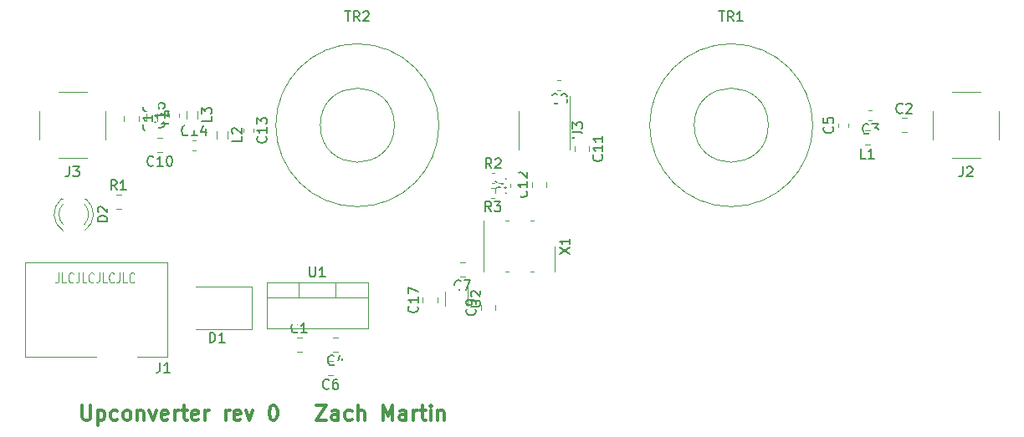
<source format=gto>
G04 #@! TF.GenerationSoftware,KiCad,Pcbnew,5.1.6-c6e7f7d~87~ubuntu19.10.1*
G04 #@! TF.CreationDate,2021-08-02T21:19:55-04:00*
G04 #@! TF.ProjectId,upconverter,7570636f-6e76-4657-9274-65722e6b6963,rev?*
G04 #@! TF.SameCoordinates,Original*
G04 #@! TF.FileFunction,Legend,Top*
G04 #@! TF.FilePolarity,Positive*
%FSLAX46Y46*%
G04 Gerber Fmt 4.6, Leading zero omitted, Abs format (unit mm)*
G04 Created by KiCad (PCBNEW 5.1.6-c6e7f7d~87~ubuntu19.10.1) date 2021-08-02 21:19:55*
%MOMM*%
%LPD*%
G01*
G04 APERTURE LIST*
%ADD10C,0.300000*%
%ADD11C,0.050000*%
%ADD12C,0.120000*%
%ADD13C,0.150000*%
%ADD14C,3.300000*%
%ADD15C,2.050000*%
%ADD16C,2.350000*%
%ADD17C,2.150000*%
%ADD18R,2.600000X2.400000*%
%ADD19R,1.900000X1.900000*%
%ADD20C,1.900000*%
%ADD21O,2.100000X4.600000*%
%ADD22O,2.100000X4.100000*%
%ADD23O,4.100000X2.100000*%
%ADD24R,2.005000X2.100000*%
%ADD25O,2.005000X2.100000*%
%ADD26R,0.500000X0.750000*%
%ADD27R,1.900000X2.100000*%
G04 APERTURE END LIST*
D10*
X47972571Y-104588571D02*
X47972571Y-105802857D01*
X48043999Y-105945714D01*
X48115428Y-106017142D01*
X48258285Y-106088571D01*
X48543999Y-106088571D01*
X48686857Y-106017142D01*
X48758285Y-105945714D01*
X48829714Y-105802857D01*
X48829714Y-104588571D01*
X49543999Y-105088571D02*
X49543999Y-106588571D01*
X49543999Y-105160000D02*
X49686857Y-105088571D01*
X49972571Y-105088571D01*
X50115428Y-105160000D01*
X50186857Y-105231428D01*
X50258285Y-105374285D01*
X50258285Y-105802857D01*
X50186857Y-105945714D01*
X50115428Y-106017142D01*
X49972571Y-106088571D01*
X49686857Y-106088571D01*
X49543999Y-106017142D01*
X51543999Y-106017142D02*
X51401142Y-106088571D01*
X51115428Y-106088571D01*
X50972571Y-106017142D01*
X50901142Y-105945714D01*
X50829714Y-105802857D01*
X50829714Y-105374285D01*
X50901142Y-105231428D01*
X50972571Y-105160000D01*
X51115428Y-105088571D01*
X51401142Y-105088571D01*
X51543999Y-105160000D01*
X52401142Y-106088571D02*
X52258285Y-106017142D01*
X52186857Y-105945714D01*
X52115428Y-105802857D01*
X52115428Y-105374285D01*
X52186857Y-105231428D01*
X52258285Y-105160000D01*
X52401142Y-105088571D01*
X52615428Y-105088571D01*
X52758285Y-105160000D01*
X52829714Y-105231428D01*
X52901142Y-105374285D01*
X52901142Y-105802857D01*
X52829714Y-105945714D01*
X52758285Y-106017142D01*
X52615428Y-106088571D01*
X52401142Y-106088571D01*
X53543999Y-105088571D02*
X53543999Y-106088571D01*
X53543999Y-105231428D02*
X53615428Y-105160000D01*
X53758285Y-105088571D01*
X53972571Y-105088571D01*
X54115428Y-105160000D01*
X54186857Y-105302857D01*
X54186857Y-106088571D01*
X54758285Y-105088571D02*
X55115428Y-106088571D01*
X55472571Y-105088571D01*
X56615428Y-106017142D02*
X56472571Y-106088571D01*
X56186857Y-106088571D01*
X56043999Y-106017142D01*
X55972571Y-105874285D01*
X55972571Y-105302857D01*
X56043999Y-105160000D01*
X56186857Y-105088571D01*
X56472571Y-105088571D01*
X56615428Y-105160000D01*
X56686857Y-105302857D01*
X56686857Y-105445714D01*
X55972571Y-105588571D01*
X57329714Y-106088571D02*
X57329714Y-105088571D01*
X57329714Y-105374285D02*
X57401142Y-105231428D01*
X57472571Y-105160000D01*
X57615428Y-105088571D01*
X57758285Y-105088571D01*
X58044000Y-105088571D02*
X58615428Y-105088571D01*
X58258285Y-104588571D02*
X58258285Y-105874285D01*
X58329714Y-106017142D01*
X58472571Y-106088571D01*
X58615428Y-106088571D01*
X59686857Y-106017142D02*
X59543999Y-106088571D01*
X59258285Y-106088571D01*
X59115428Y-106017142D01*
X59043999Y-105874285D01*
X59043999Y-105302857D01*
X59115428Y-105160000D01*
X59258285Y-105088571D01*
X59543999Y-105088571D01*
X59686857Y-105160000D01*
X59758285Y-105302857D01*
X59758285Y-105445714D01*
X59043999Y-105588571D01*
X60401142Y-106088571D02*
X60401142Y-105088571D01*
X60401142Y-105374285D02*
X60472571Y-105231428D01*
X60543999Y-105160000D01*
X60686857Y-105088571D01*
X60829714Y-105088571D01*
X62472571Y-106088571D02*
X62472571Y-105088571D01*
X62472571Y-105374285D02*
X62544000Y-105231428D01*
X62615428Y-105160000D01*
X62758285Y-105088571D01*
X62901142Y-105088571D01*
X63972571Y-106017142D02*
X63829714Y-106088571D01*
X63544000Y-106088571D01*
X63401142Y-106017142D01*
X63329714Y-105874285D01*
X63329714Y-105302857D01*
X63401142Y-105160000D01*
X63544000Y-105088571D01*
X63829714Y-105088571D01*
X63972571Y-105160000D01*
X64044000Y-105302857D01*
X64044000Y-105445714D01*
X63329714Y-105588571D01*
X64544000Y-105088571D02*
X64901142Y-106088571D01*
X65258285Y-105088571D01*
X67258285Y-104588571D02*
X67401142Y-104588571D01*
X67544000Y-104660000D01*
X67615428Y-104731428D01*
X67686857Y-104874285D01*
X67758285Y-105160000D01*
X67758285Y-105517142D01*
X67686857Y-105802857D01*
X67615428Y-105945714D01*
X67544000Y-106017142D01*
X67401142Y-106088571D01*
X67258285Y-106088571D01*
X67115428Y-106017142D01*
X67044000Y-105945714D01*
X66972571Y-105802857D01*
X66901142Y-105517142D01*
X66901142Y-105160000D01*
X66972571Y-104874285D01*
X67044000Y-104731428D01*
X67115428Y-104660000D01*
X67258285Y-104588571D01*
X71686857Y-104588571D02*
X72686857Y-104588571D01*
X71686857Y-106088571D01*
X72686857Y-106088571D01*
X73901142Y-106088571D02*
X73901142Y-105302857D01*
X73829714Y-105160000D01*
X73686857Y-105088571D01*
X73401142Y-105088571D01*
X73258285Y-105160000D01*
X73901142Y-106017142D02*
X73758285Y-106088571D01*
X73401142Y-106088571D01*
X73258285Y-106017142D01*
X73186857Y-105874285D01*
X73186857Y-105731428D01*
X73258285Y-105588571D01*
X73401142Y-105517142D01*
X73758285Y-105517142D01*
X73901142Y-105445714D01*
X75258285Y-106017142D02*
X75115428Y-106088571D01*
X74829714Y-106088571D01*
X74686857Y-106017142D01*
X74615428Y-105945714D01*
X74544000Y-105802857D01*
X74544000Y-105374285D01*
X74615428Y-105231428D01*
X74686857Y-105160000D01*
X74829714Y-105088571D01*
X75115428Y-105088571D01*
X75258285Y-105160000D01*
X75901142Y-106088571D02*
X75901142Y-104588571D01*
X76544000Y-106088571D02*
X76544000Y-105302857D01*
X76472571Y-105160000D01*
X76329714Y-105088571D01*
X76115428Y-105088571D01*
X75972571Y-105160000D01*
X75901142Y-105231428D01*
X78401142Y-106088571D02*
X78401142Y-104588571D01*
X78901142Y-105660000D01*
X79401142Y-104588571D01*
X79401142Y-106088571D01*
X80758285Y-106088571D02*
X80758285Y-105302857D01*
X80686857Y-105160000D01*
X80544000Y-105088571D01*
X80258285Y-105088571D01*
X80115428Y-105160000D01*
X80758285Y-106017142D02*
X80615428Y-106088571D01*
X80258285Y-106088571D01*
X80115428Y-106017142D01*
X80044000Y-105874285D01*
X80044000Y-105731428D01*
X80115428Y-105588571D01*
X80258285Y-105517142D01*
X80615428Y-105517142D01*
X80758285Y-105445714D01*
X81472571Y-106088571D02*
X81472571Y-105088571D01*
X81472571Y-105374285D02*
X81544000Y-105231428D01*
X81615428Y-105160000D01*
X81758285Y-105088571D01*
X81901142Y-105088571D01*
X82186857Y-105088571D02*
X82758285Y-105088571D01*
X82401142Y-104588571D02*
X82401142Y-105874285D01*
X82472571Y-106017142D01*
X82615428Y-106088571D01*
X82758285Y-106088571D01*
X83258285Y-106088571D02*
X83258285Y-105088571D01*
X83258285Y-104588571D02*
X83186857Y-104660000D01*
X83258285Y-104731428D01*
X83329714Y-104660000D01*
X83258285Y-104588571D01*
X83258285Y-104731428D01*
X83972571Y-105088571D02*
X83972571Y-106088571D01*
X83972571Y-105231428D02*
X84044000Y-105160000D01*
X84186857Y-105088571D01*
X84401142Y-105088571D01*
X84544000Y-105160000D01*
X84615428Y-105302857D01*
X84615428Y-106088571D01*
D11*
X45580761Y-91146380D02*
X45580761Y-91860666D01*
X45542666Y-92003523D01*
X45466476Y-92098761D01*
X45352190Y-92146380D01*
X45276000Y-92146380D01*
X46342666Y-92146380D02*
X45961714Y-92146380D01*
X45961714Y-91146380D01*
X47066476Y-92051142D02*
X47028380Y-92098761D01*
X46914095Y-92146380D01*
X46837904Y-92146380D01*
X46723619Y-92098761D01*
X46647428Y-92003523D01*
X46609333Y-91908285D01*
X46571238Y-91717809D01*
X46571238Y-91574952D01*
X46609333Y-91384476D01*
X46647428Y-91289238D01*
X46723619Y-91194000D01*
X46837904Y-91146380D01*
X46914095Y-91146380D01*
X47028380Y-91194000D01*
X47066476Y-91241619D01*
X47637904Y-91146380D02*
X47637904Y-91860666D01*
X47599809Y-92003523D01*
X47523619Y-92098761D01*
X47409333Y-92146380D01*
X47333142Y-92146380D01*
X48399809Y-92146380D02*
X48018857Y-92146380D01*
X48018857Y-91146380D01*
X49123619Y-92051142D02*
X49085523Y-92098761D01*
X48971238Y-92146380D01*
X48895047Y-92146380D01*
X48780761Y-92098761D01*
X48704571Y-92003523D01*
X48666476Y-91908285D01*
X48628380Y-91717809D01*
X48628380Y-91574952D01*
X48666476Y-91384476D01*
X48704571Y-91289238D01*
X48780761Y-91194000D01*
X48895047Y-91146380D01*
X48971238Y-91146380D01*
X49085523Y-91194000D01*
X49123619Y-91241619D01*
X49695047Y-91146380D02*
X49695047Y-91860666D01*
X49656952Y-92003523D01*
X49580761Y-92098761D01*
X49466476Y-92146380D01*
X49390285Y-92146380D01*
X50456952Y-92146380D02*
X50076000Y-92146380D01*
X50076000Y-91146380D01*
X51180761Y-92051142D02*
X51142666Y-92098761D01*
X51028380Y-92146380D01*
X50952190Y-92146380D01*
X50837904Y-92098761D01*
X50761714Y-92003523D01*
X50723619Y-91908285D01*
X50685523Y-91717809D01*
X50685523Y-91574952D01*
X50723619Y-91384476D01*
X50761714Y-91289238D01*
X50837904Y-91194000D01*
X50952190Y-91146380D01*
X51028380Y-91146380D01*
X51142666Y-91194000D01*
X51180761Y-91241619D01*
X51752190Y-91146380D02*
X51752190Y-91860666D01*
X51714095Y-92003523D01*
X51637904Y-92098761D01*
X51523619Y-92146380D01*
X51447428Y-92146380D01*
X52514095Y-92146380D02*
X52133142Y-92146380D01*
X52133142Y-91146380D01*
X53237904Y-92051142D02*
X53199809Y-92098761D01*
X53085523Y-92146380D01*
X53009333Y-92146380D01*
X52895047Y-92098761D01*
X52818857Y-92003523D01*
X52780761Y-91908285D01*
X52742666Y-91717809D01*
X52742666Y-91574952D01*
X52780761Y-91384476D01*
X52818857Y-91289238D01*
X52895047Y-91194000D01*
X53009333Y-91146380D01*
X53085523Y-91146380D01*
X53199809Y-91194000D01*
X53237904Y-91241619D01*
D12*
X83920000Y-94175252D02*
X83920000Y-93652748D01*
X82450000Y-94175252D02*
X82450000Y-93652748D01*
X56767000Y-75337580D02*
X56767000Y-75056420D01*
X57787000Y-75337580D02*
X57787000Y-75056420D01*
X55551000Y-74991878D02*
X55551000Y-75791122D01*
X54431000Y-74991878D02*
X54431000Y-75791122D01*
X59615000Y-74737878D02*
X59615000Y-75537122D01*
X58495000Y-74737878D02*
X58495000Y-75537122D01*
X62663000Y-76769878D02*
X62663000Y-77569122D01*
X61543000Y-76769878D02*
X61543000Y-77569122D01*
X53694000Y-75242748D02*
X53694000Y-75765252D01*
X52224000Y-75242748D02*
X52224000Y-75765252D01*
X59155420Y-77722000D02*
X59436580Y-77722000D01*
X59155420Y-78742000D02*
X59436580Y-78742000D01*
X65280000Y-76567420D02*
X65280000Y-76848580D01*
X64260000Y-76567420D02*
X64260000Y-76848580D01*
X79569000Y-76200000D02*
G75*
G03*
X79569000Y-76200000I-3750000J0D01*
G01*
X84069000Y-76200000D02*
G75*
G03*
X84069000Y-76200000I-8250000J0D01*
G01*
X117408000Y-76200000D02*
G75*
G03*
X117408000Y-76200000I-3750000J0D01*
G01*
X121908000Y-76200000D02*
G75*
G03*
X121908000Y-76200000I-8250000J0D01*
G01*
X50345000Y-77650000D02*
X50345000Y-74750000D01*
X43635000Y-77650000D02*
X43635000Y-74750000D01*
X48440000Y-72845000D02*
X45540000Y-72845000D01*
X48440000Y-79555000D02*
X45540000Y-79555000D01*
X69669922Y-97715000D02*
X70187078Y-97715000D01*
X69669922Y-99135000D02*
X70187078Y-99135000D01*
X130883922Y-75490000D02*
X131401078Y-75490000D01*
X130883922Y-76910000D02*
X131401078Y-76910000D01*
X127899279Y-75694000D02*
X127573721Y-75694000D01*
X127899279Y-74674000D02*
X127573721Y-74674000D01*
X73870078Y-97715000D02*
X73352922Y-97715000D01*
X73870078Y-99135000D02*
X73352922Y-99135000D01*
X125478000Y-76362779D02*
X125478000Y-76037221D01*
X124458000Y-76362779D02*
X124458000Y-76037221D01*
X73362078Y-101548000D02*
X72844922Y-101548000D01*
X73362078Y-100128000D02*
X72844922Y-100128000D01*
X86697078Y-90095000D02*
X86179922Y-90095000D01*
X86697078Y-91515000D02*
X86179922Y-91515000D01*
X96403279Y-72646000D02*
X96077721Y-72646000D01*
X96403279Y-71626000D02*
X96077721Y-71626000D01*
X88317000Y-94922078D02*
X88317000Y-94404922D01*
X89737000Y-94922078D02*
X89737000Y-94404922D01*
X56090078Y-77522000D02*
X55572922Y-77522000D01*
X56090078Y-78942000D02*
X55572922Y-78942000D01*
X99262000Y-78305922D02*
X99262000Y-78823078D01*
X97842000Y-78305922D02*
X97842000Y-78823078D01*
X94944000Y-82476078D02*
X94944000Y-81958922D01*
X93524000Y-82476078D02*
X93524000Y-81958922D01*
X65154000Y-96892000D02*
X65154000Y-92592000D01*
X65154000Y-92592000D02*
X59454000Y-92592000D01*
X65154000Y-96892000D02*
X59454000Y-96892000D01*
X48353000Y-83657000D02*
X48197000Y-83657000D01*
X46037000Y-83657000D02*
X45881000Y-83657000D01*
X48195608Y-86889335D02*
G75*
G03*
X48352516Y-83657000I-1078608J1672335D01*
G01*
X46038392Y-86889335D02*
G75*
G02*
X45881484Y-83657000I1078608J1672335D01*
G01*
X48196837Y-86258130D02*
G75*
G03*
X48197000Y-84176039I-1079837J1041130D01*
G01*
X46037163Y-86258130D02*
G75*
G02*
X46037000Y-84176039I1079837J1041130D01*
G01*
X56583000Y-99619000D02*
X56583000Y-90119000D01*
X56583000Y-90109000D02*
X42183000Y-90109000D01*
X56583000Y-99639000D02*
X42183000Y-99639000D01*
X42183000Y-99649000D02*
X42183000Y-90149000D01*
X140769000Y-77650000D02*
X140769000Y-74750000D01*
X134059000Y-77650000D02*
X134059000Y-74750000D01*
X138864000Y-72845000D02*
X135964000Y-72845000D01*
X138864000Y-79555000D02*
X135964000Y-79555000D01*
X127688078Y-78180000D02*
X127170922Y-78180000D01*
X127688078Y-76760000D02*
X127170922Y-76760000D01*
X51381922Y-83237000D02*
X51899078Y-83237000D01*
X51381922Y-84657000D02*
X51899078Y-84657000D01*
X89397721Y-81024000D02*
X89723279Y-81024000D01*
X89397721Y-82044000D02*
X89723279Y-82044000D01*
X89697779Y-82548000D02*
X89372221Y-82548000D01*
X89697779Y-83568000D02*
X89372221Y-83568000D01*
X91311000Y-82484279D02*
X91311000Y-82158721D01*
X92331000Y-82484279D02*
X92331000Y-82158721D01*
X66635000Y-92107000D02*
X76875000Y-92107000D01*
X66635000Y-96748000D02*
X76875000Y-96748000D01*
X66635000Y-92107000D02*
X66635000Y-96748000D01*
X76875000Y-92107000D02*
X76875000Y-96748000D01*
X66635000Y-93617000D02*
X76875000Y-93617000D01*
X69905000Y-92107000D02*
X69905000Y-93617000D01*
X73606000Y-92107000D02*
X73606000Y-93617000D01*
X86997000Y-94487000D02*
X86997000Y-92587000D01*
X84677000Y-93087000D02*
X84677000Y-94487000D01*
X92182000Y-76708000D02*
X92182000Y-78658000D01*
X92182000Y-76708000D02*
X92182000Y-74758000D01*
X97302000Y-76708000D02*
X97302000Y-78658000D01*
X97302000Y-76708000D02*
X97302000Y-73258000D01*
X91102000Y-91061000D02*
X90762000Y-91061000D01*
X93302000Y-85841000D02*
X93642000Y-85841000D01*
X95822000Y-88451000D02*
X95822000Y-91061000D01*
X93642000Y-91061000D02*
X93302000Y-91061000D01*
X88582000Y-91061000D02*
X88582000Y-85841000D01*
X90762000Y-85841000D02*
X91102000Y-85841000D01*
D13*
X81862142Y-94556857D02*
X81909761Y-94604476D01*
X81957380Y-94747333D01*
X81957380Y-94842571D01*
X81909761Y-94985428D01*
X81814523Y-95080666D01*
X81719285Y-95128285D01*
X81528809Y-95175904D01*
X81385952Y-95175904D01*
X81195476Y-95128285D01*
X81100238Y-95080666D01*
X81005000Y-94985428D01*
X80957380Y-94842571D01*
X80957380Y-94747333D01*
X81005000Y-94604476D01*
X81052619Y-94556857D01*
X81957380Y-93604476D02*
X81957380Y-94175904D01*
X81957380Y-93890190D02*
X80957380Y-93890190D01*
X81100238Y-93985428D01*
X81195476Y-94080666D01*
X81243095Y-94175904D01*
X80957380Y-93271142D02*
X80957380Y-92604476D01*
X81957380Y-93033047D01*
X56204142Y-75839857D02*
X56251761Y-75887476D01*
X56299380Y-76030333D01*
X56299380Y-76125571D01*
X56251761Y-76268428D01*
X56156523Y-76363666D01*
X56061285Y-76411285D01*
X55870809Y-76458904D01*
X55727952Y-76458904D01*
X55537476Y-76411285D01*
X55442238Y-76363666D01*
X55347000Y-76268428D01*
X55299380Y-76125571D01*
X55299380Y-76030333D01*
X55347000Y-75887476D01*
X55394619Y-75839857D01*
X56299380Y-74887476D02*
X56299380Y-75458904D01*
X56299380Y-75173190D02*
X55299380Y-75173190D01*
X55442238Y-75268428D01*
X55537476Y-75363666D01*
X55585095Y-75458904D01*
X55299380Y-73982714D02*
X55299380Y-74458904D01*
X55775571Y-74506523D01*
X55727952Y-74458904D01*
X55680333Y-74363666D01*
X55680333Y-74125571D01*
X55727952Y-74030333D01*
X55775571Y-73982714D01*
X55870809Y-73935095D01*
X56108904Y-73935095D01*
X56204142Y-73982714D01*
X56251761Y-74030333D01*
X56299380Y-74125571D01*
X56299380Y-74363666D01*
X56251761Y-74458904D01*
X56204142Y-74506523D01*
X56993380Y-75558166D02*
X56993380Y-76034357D01*
X55993380Y-76034357D01*
X56326714Y-74796261D02*
X56993380Y-74796261D01*
X55945761Y-75034357D02*
X56660047Y-75272452D01*
X56660047Y-74653404D01*
X61057380Y-75304166D02*
X61057380Y-75780357D01*
X60057380Y-75780357D01*
X60057380Y-75066071D02*
X60057380Y-74447023D01*
X60438333Y-74780357D01*
X60438333Y-74637500D01*
X60485952Y-74542261D01*
X60533571Y-74494642D01*
X60628809Y-74447023D01*
X60866904Y-74447023D01*
X60962142Y-74494642D01*
X61009761Y-74542261D01*
X61057380Y-74637500D01*
X61057380Y-74923214D01*
X61009761Y-75018452D01*
X60962142Y-75066071D01*
X64105380Y-77336166D02*
X64105380Y-77812357D01*
X63105380Y-77812357D01*
X63200619Y-77050452D02*
X63153000Y-77002833D01*
X63105380Y-76907595D01*
X63105380Y-76669500D01*
X63153000Y-76574261D01*
X63200619Y-76526642D01*
X63295857Y-76479023D01*
X63391095Y-76479023D01*
X63533952Y-76526642D01*
X64105380Y-77098071D01*
X64105380Y-76479023D01*
X54996142Y-76146857D02*
X55043761Y-76194476D01*
X55091380Y-76337333D01*
X55091380Y-76432571D01*
X55043761Y-76575428D01*
X54948523Y-76670666D01*
X54853285Y-76718285D01*
X54662809Y-76765904D01*
X54519952Y-76765904D01*
X54329476Y-76718285D01*
X54234238Y-76670666D01*
X54139000Y-76575428D01*
X54091380Y-76432571D01*
X54091380Y-76337333D01*
X54139000Y-76194476D01*
X54186619Y-76146857D01*
X55091380Y-75194476D02*
X55091380Y-75765904D01*
X55091380Y-75480190D02*
X54091380Y-75480190D01*
X54234238Y-75575428D01*
X54329476Y-75670666D01*
X54377095Y-75765904D01*
X54091380Y-74337333D02*
X54091380Y-74527809D01*
X54139000Y-74623047D01*
X54186619Y-74670666D01*
X54329476Y-74765904D01*
X54519952Y-74813523D01*
X54900904Y-74813523D01*
X54996142Y-74765904D01*
X55043761Y-74718285D01*
X55091380Y-74623047D01*
X55091380Y-74432571D01*
X55043761Y-74337333D01*
X54996142Y-74289714D01*
X54900904Y-74242095D01*
X54662809Y-74242095D01*
X54567571Y-74289714D01*
X54519952Y-74337333D01*
X54472333Y-74432571D01*
X54472333Y-74623047D01*
X54519952Y-74718285D01*
X54567571Y-74765904D01*
X54662809Y-74813523D01*
X58653142Y-77159142D02*
X58605523Y-77206761D01*
X58462666Y-77254380D01*
X58367428Y-77254380D01*
X58224571Y-77206761D01*
X58129333Y-77111523D01*
X58081714Y-77016285D01*
X58034095Y-76825809D01*
X58034095Y-76682952D01*
X58081714Y-76492476D01*
X58129333Y-76397238D01*
X58224571Y-76302000D01*
X58367428Y-76254380D01*
X58462666Y-76254380D01*
X58605523Y-76302000D01*
X58653142Y-76349619D01*
X59605523Y-77254380D02*
X59034095Y-77254380D01*
X59319809Y-77254380D02*
X59319809Y-76254380D01*
X59224571Y-76397238D01*
X59129333Y-76492476D01*
X59034095Y-76540095D01*
X60462666Y-76587714D02*
X60462666Y-77254380D01*
X60224571Y-76206761D02*
X59986476Y-76921047D01*
X60605523Y-76921047D01*
X66557142Y-77350857D02*
X66604761Y-77398476D01*
X66652380Y-77541333D01*
X66652380Y-77636571D01*
X66604761Y-77779428D01*
X66509523Y-77874666D01*
X66414285Y-77922285D01*
X66223809Y-77969904D01*
X66080952Y-77969904D01*
X65890476Y-77922285D01*
X65795238Y-77874666D01*
X65700000Y-77779428D01*
X65652380Y-77636571D01*
X65652380Y-77541333D01*
X65700000Y-77398476D01*
X65747619Y-77350857D01*
X66652380Y-76398476D02*
X66652380Y-76969904D01*
X66652380Y-76684190D02*
X65652380Y-76684190D01*
X65795238Y-76779428D01*
X65890476Y-76874666D01*
X65938095Y-76969904D01*
X65652380Y-76065142D02*
X65652380Y-75446095D01*
X66033333Y-75779428D01*
X66033333Y-75636571D01*
X66080952Y-75541333D01*
X66128571Y-75493714D01*
X66223809Y-75446095D01*
X66461904Y-75446095D01*
X66557142Y-75493714D01*
X66604761Y-75541333D01*
X66652380Y-75636571D01*
X66652380Y-75922285D01*
X66604761Y-76017523D01*
X66557142Y-76065142D01*
X74557095Y-64652380D02*
X75128523Y-64652380D01*
X74842809Y-65652380D02*
X74842809Y-64652380D01*
X76033285Y-65652380D02*
X75699952Y-65176190D01*
X75461857Y-65652380D02*
X75461857Y-64652380D01*
X75842809Y-64652380D01*
X75938047Y-64700000D01*
X75985666Y-64747619D01*
X76033285Y-64842857D01*
X76033285Y-64985714D01*
X75985666Y-65080952D01*
X75938047Y-65128571D01*
X75842809Y-65176190D01*
X75461857Y-65176190D01*
X76414238Y-64747619D02*
X76461857Y-64700000D01*
X76557095Y-64652380D01*
X76795190Y-64652380D01*
X76890428Y-64700000D01*
X76938047Y-64747619D01*
X76985666Y-64842857D01*
X76985666Y-64938095D01*
X76938047Y-65080952D01*
X76366619Y-65652380D01*
X76985666Y-65652380D01*
X112396095Y-64652380D02*
X112967523Y-64652380D01*
X112681809Y-65652380D02*
X112681809Y-64652380D01*
X113872285Y-65652380D02*
X113538952Y-65176190D01*
X113300857Y-65652380D02*
X113300857Y-64652380D01*
X113681809Y-64652380D01*
X113777047Y-64700000D01*
X113824666Y-64747619D01*
X113872285Y-64842857D01*
X113872285Y-64985714D01*
X113824666Y-65080952D01*
X113777047Y-65128571D01*
X113681809Y-65176190D01*
X113300857Y-65176190D01*
X114824666Y-65652380D02*
X114253238Y-65652380D01*
X114538952Y-65652380D02*
X114538952Y-64652380D01*
X114443714Y-64795238D01*
X114348476Y-64890476D01*
X114253238Y-64938095D01*
X46656666Y-80402380D02*
X46656666Y-81116666D01*
X46609047Y-81259523D01*
X46513809Y-81354761D01*
X46370952Y-81402380D01*
X46275714Y-81402380D01*
X47037619Y-80402380D02*
X47656666Y-80402380D01*
X47323333Y-80783333D01*
X47466190Y-80783333D01*
X47561428Y-80830952D01*
X47609047Y-80878571D01*
X47656666Y-80973809D01*
X47656666Y-81211904D01*
X47609047Y-81307142D01*
X47561428Y-81354761D01*
X47466190Y-81402380D01*
X47180476Y-81402380D01*
X47085238Y-81354761D01*
X47037619Y-81307142D01*
X69761833Y-97132142D02*
X69714214Y-97179761D01*
X69571357Y-97227380D01*
X69476119Y-97227380D01*
X69333261Y-97179761D01*
X69238023Y-97084523D01*
X69190404Y-96989285D01*
X69142785Y-96798809D01*
X69142785Y-96655952D01*
X69190404Y-96465476D01*
X69238023Y-96370238D01*
X69333261Y-96275000D01*
X69476119Y-96227380D01*
X69571357Y-96227380D01*
X69714214Y-96275000D01*
X69761833Y-96322619D01*
X70714214Y-97227380D02*
X70142785Y-97227380D01*
X70428500Y-97227380D02*
X70428500Y-96227380D01*
X70333261Y-96370238D01*
X70238023Y-96465476D01*
X70142785Y-96513095D01*
X130975833Y-74907142D02*
X130928214Y-74954761D01*
X130785357Y-75002380D01*
X130690119Y-75002380D01*
X130547261Y-74954761D01*
X130452023Y-74859523D01*
X130404404Y-74764285D01*
X130356785Y-74573809D01*
X130356785Y-74430952D01*
X130404404Y-74240476D01*
X130452023Y-74145238D01*
X130547261Y-74050000D01*
X130690119Y-74002380D01*
X130785357Y-74002380D01*
X130928214Y-74050000D01*
X130975833Y-74097619D01*
X131356785Y-74097619D02*
X131404404Y-74050000D01*
X131499642Y-74002380D01*
X131737738Y-74002380D01*
X131832976Y-74050000D01*
X131880595Y-74097619D01*
X131928214Y-74192857D01*
X131928214Y-74288095D01*
X131880595Y-74430952D01*
X131309166Y-75002380D01*
X131928214Y-75002380D01*
X127569833Y-76971142D02*
X127522214Y-77018761D01*
X127379357Y-77066380D01*
X127284119Y-77066380D01*
X127141261Y-77018761D01*
X127046023Y-76923523D01*
X126998404Y-76828285D01*
X126950785Y-76637809D01*
X126950785Y-76494952D01*
X126998404Y-76304476D01*
X127046023Y-76209238D01*
X127141261Y-76114000D01*
X127284119Y-76066380D01*
X127379357Y-76066380D01*
X127522214Y-76114000D01*
X127569833Y-76161619D01*
X127903166Y-76066380D02*
X128522214Y-76066380D01*
X128188880Y-76447333D01*
X128331738Y-76447333D01*
X128426976Y-76494952D01*
X128474595Y-76542571D01*
X128522214Y-76637809D01*
X128522214Y-76875904D01*
X128474595Y-76971142D01*
X128426976Y-77018761D01*
X128331738Y-77066380D01*
X128046023Y-77066380D01*
X127950785Y-77018761D01*
X127903166Y-76971142D01*
X73444833Y-100432142D02*
X73397214Y-100479761D01*
X73254357Y-100527380D01*
X73159119Y-100527380D01*
X73016261Y-100479761D01*
X72921023Y-100384523D01*
X72873404Y-100289285D01*
X72825785Y-100098809D01*
X72825785Y-99955952D01*
X72873404Y-99765476D01*
X72921023Y-99670238D01*
X73016261Y-99575000D01*
X73159119Y-99527380D01*
X73254357Y-99527380D01*
X73397214Y-99575000D01*
X73444833Y-99622619D01*
X74301976Y-99860714D02*
X74301976Y-100527380D01*
X74063880Y-99479761D02*
X73825785Y-100194047D01*
X74444833Y-100194047D01*
X123895142Y-76366666D02*
X123942761Y-76414285D01*
X123990380Y-76557142D01*
X123990380Y-76652380D01*
X123942761Y-76795238D01*
X123847523Y-76890476D01*
X123752285Y-76938095D01*
X123561809Y-76985714D01*
X123418952Y-76985714D01*
X123228476Y-76938095D01*
X123133238Y-76890476D01*
X123038000Y-76795238D01*
X122990380Y-76652380D01*
X122990380Y-76557142D01*
X123038000Y-76414285D01*
X123085619Y-76366666D01*
X122990380Y-75461904D02*
X122990380Y-75938095D01*
X123466571Y-75985714D01*
X123418952Y-75938095D01*
X123371333Y-75842857D01*
X123371333Y-75604761D01*
X123418952Y-75509523D01*
X123466571Y-75461904D01*
X123561809Y-75414285D01*
X123799904Y-75414285D01*
X123895142Y-75461904D01*
X123942761Y-75509523D01*
X123990380Y-75604761D01*
X123990380Y-75842857D01*
X123942761Y-75938095D01*
X123895142Y-75985714D01*
X72936833Y-102845142D02*
X72889214Y-102892761D01*
X72746357Y-102940380D01*
X72651119Y-102940380D01*
X72508261Y-102892761D01*
X72413023Y-102797523D01*
X72365404Y-102702285D01*
X72317785Y-102511809D01*
X72317785Y-102368952D01*
X72365404Y-102178476D01*
X72413023Y-102083238D01*
X72508261Y-101988000D01*
X72651119Y-101940380D01*
X72746357Y-101940380D01*
X72889214Y-101988000D01*
X72936833Y-102035619D01*
X73793976Y-101940380D02*
X73603500Y-101940380D01*
X73508261Y-101988000D01*
X73460642Y-102035619D01*
X73365404Y-102178476D01*
X73317785Y-102368952D01*
X73317785Y-102749904D01*
X73365404Y-102845142D01*
X73413023Y-102892761D01*
X73508261Y-102940380D01*
X73698738Y-102940380D01*
X73793976Y-102892761D01*
X73841595Y-102845142D01*
X73889214Y-102749904D01*
X73889214Y-102511809D01*
X73841595Y-102416571D01*
X73793976Y-102368952D01*
X73698738Y-102321333D01*
X73508261Y-102321333D01*
X73413023Y-102368952D01*
X73365404Y-102416571D01*
X73317785Y-102511809D01*
X86271833Y-92812142D02*
X86224214Y-92859761D01*
X86081357Y-92907380D01*
X85986119Y-92907380D01*
X85843261Y-92859761D01*
X85748023Y-92764523D01*
X85700404Y-92669285D01*
X85652785Y-92478809D01*
X85652785Y-92335952D01*
X85700404Y-92145476D01*
X85748023Y-92050238D01*
X85843261Y-91955000D01*
X85986119Y-91907380D01*
X86081357Y-91907380D01*
X86224214Y-91955000D01*
X86271833Y-92002619D01*
X86605166Y-91907380D02*
X87271833Y-91907380D01*
X86843261Y-92907380D01*
X96073833Y-73923142D02*
X96026214Y-73970761D01*
X95883357Y-74018380D01*
X95788119Y-74018380D01*
X95645261Y-73970761D01*
X95550023Y-73875523D01*
X95502404Y-73780285D01*
X95454785Y-73589809D01*
X95454785Y-73446952D01*
X95502404Y-73256476D01*
X95550023Y-73161238D01*
X95645261Y-73066000D01*
X95788119Y-73018380D01*
X95883357Y-73018380D01*
X96026214Y-73066000D01*
X96073833Y-73113619D01*
X96645261Y-73446952D02*
X96550023Y-73399333D01*
X96502404Y-73351714D01*
X96454785Y-73256476D01*
X96454785Y-73208857D01*
X96502404Y-73113619D01*
X96550023Y-73066000D01*
X96645261Y-73018380D01*
X96835738Y-73018380D01*
X96930976Y-73066000D01*
X96978595Y-73113619D01*
X97026214Y-73208857D01*
X97026214Y-73256476D01*
X96978595Y-73351714D01*
X96930976Y-73399333D01*
X96835738Y-73446952D01*
X96645261Y-73446952D01*
X96550023Y-73494571D01*
X96502404Y-73542190D01*
X96454785Y-73637428D01*
X96454785Y-73827904D01*
X96502404Y-73923142D01*
X96550023Y-73970761D01*
X96645261Y-74018380D01*
X96835738Y-74018380D01*
X96930976Y-73970761D01*
X96978595Y-73923142D01*
X97026214Y-73827904D01*
X97026214Y-73637428D01*
X96978595Y-73542190D01*
X96930976Y-73494571D01*
X96835738Y-73446952D01*
X87734142Y-94830166D02*
X87781761Y-94877785D01*
X87829380Y-95020642D01*
X87829380Y-95115880D01*
X87781761Y-95258738D01*
X87686523Y-95353976D01*
X87591285Y-95401595D01*
X87400809Y-95449214D01*
X87257952Y-95449214D01*
X87067476Y-95401595D01*
X86972238Y-95353976D01*
X86877000Y-95258738D01*
X86829380Y-95115880D01*
X86829380Y-95020642D01*
X86877000Y-94877785D01*
X86924619Y-94830166D01*
X87829380Y-94353976D02*
X87829380Y-94163500D01*
X87781761Y-94068261D01*
X87734142Y-94020642D01*
X87591285Y-93925404D01*
X87400809Y-93877785D01*
X87019857Y-93877785D01*
X86924619Y-93925404D01*
X86877000Y-93973023D01*
X86829380Y-94068261D01*
X86829380Y-94258738D01*
X86877000Y-94353976D01*
X86924619Y-94401595D01*
X87019857Y-94449214D01*
X87257952Y-94449214D01*
X87353190Y-94401595D01*
X87400809Y-94353976D01*
X87448428Y-94258738D01*
X87448428Y-94068261D01*
X87400809Y-93973023D01*
X87353190Y-93925404D01*
X87257952Y-93877785D01*
X55188642Y-80239142D02*
X55141023Y-80286761D01*
X54998166Y-80334380D01*
X54902928Y-80334380D01*
X54760071Y-80286761D01*
X54664833Y-80191523D01*
X54617214Y-80096285D01*
X54569595Y-79905809D01*
X54569595Y-79762952D01*
X54617214Y-79572476D01*
X54664833Y-79477238D01*
X54760071Y-79382000D01*
X54902928Y-79334380D01*
X54998166Y-79334380D01*
X55141023Y-79382000D01*
X55188642Y-79429619D01*
X56141023Y-80334380D02*
X55569595Y-80334380D01*
X55855309Y-80334380D02*
X55855309Y-79334380D01*
X55760071Y-79477238D01*
X55664833Y-79572476D01*
X55569595Y-79620095D01*
X56760071Y-79334380D02*
X56855309Y-79334380D01*
X56950547Y-79382000D01*
X56998166Y-79429619D01*
X57045785Y-79524857D01*
X57093404Y-79715333D01*
X57093404Y-79953428D01*
X57045785Y-80143904D01*
X56998166Y-80239142D01*
X56950547Y-80286761D01*
X56855309Y-80334380D01*
X56760071Y-80334380D01*
X56664833Y-80286761D01*
X56617214Y-80239142D01*
X56569595Y-80143904D01*
X56521976Y-79953428D01*
X56521976Y-79715333D01*
X56569595Y-79524857D01*
X56617214Y-79429619D01*
X56664833Y-79382000D01*
X56760071Y-79334380D01*
X100559142Y-79207357D02*
X100606761Y-79254976D01*
X100654380Y-79397833D01*
X100654380Y-79493071D01*
X100606761Y-79635928D01*
X100511523Y-79731166D01*
X100416285Y-79778785D01*
X100225809Y-79826404D01*
X100082952Y-79826404D01*
X99892476Y-79778785D01*
X99797238Y-79731166D01*
X99702000Y-79635928D01*
X99654380Y-79493071D01*
X99654380Y-79397833D01*
X99702000Y-79254976D01*
X99749619Y-79207357D01*
X100654380Y-78254976D02*
X100654380Y-78826404D01*
X100654380Y-78540690D02*
X99654380Y-78540690D01*
X99797238Y-78635928D01*
X99892476Y-78731166D01*
X99940095Y-78826404D01*
X100654380Y-77302595D02*
X100654380Y-77874023D01*
X100654380Y-77588309D02*
X99654380Y-77588309D01*
X99797238Y-77683547D01*
X99892476Y-77778785D01*
X99940095Y-77874023D01*
X92941142Y-82860357D02*
X92988761Y-82907976D01*
X93036380Y-83050833D01*
X93036380Y-83146071D01*
X92988761Y-83288928D01*
X92893523Y-83384166D01*
X92798285Y-83431785D01*
X92607809Y-83479404D01*
X92464952Y-83479404D01*
X92274476Y-83431785D01*
X92179238Y-83384166D01*
X92084000Y-83288928D01*
X92036380Y-83146071D01*
X92036380Y-83050833D01*
X92084000Y-82907976D01*
X92131619Y-82860357D01*
X93036380Y-81907976D02*
X93036380Y-82479404D01*
X93036380Y-82193690D02*
X92036380Y-82193690D01*
X92179238Y-82288928D01*
X92274476Y-82384166D01*
X92322095Y-82479404D01*
X92131619Y-81527023D02*
X92084000Y-81479404D01*
X92036380Y-81384166D01*
X92036380Y-81146071D01*
X92084000Y-81050833D01*
X92131619Y-81003214D01*
X92226857Y-80955595D01*
X92322095Y-80955595D01*
X92464952Y-81003214D01*
X93036380Y-81574642D01*
X93036380Y-80955595D01*
X60865904Y-98194380D02*
X60865904Y-97194380D01*
X61104000Y-97194380D01*
X61246857Y-97242000D01*
X61342095Y-97337238D01*
X61389714Y-97432476D01*
X61437333Y-97622952D01*
X61437333Y-97765809D01*
X61389714Y-97956285D01*
X61342095Y-98051523D01*
X61246857Y-98146761D01*
X61104000Y-98194380D01*
X60865904Y-98194380D01*
X62389714Y-98194380D02*
X61818285Y-98194380D01*
X62104000Y-98194380D02*
X62104000Y-97194380D01*
X62008761Y-97337238D01*
X61913523Y-97432476D01*
X61818285Y-97480095D01*
X50529380Y-85955095D02*
X49529380Y-85955095D01*
X49529380Y-85717000D01*
X49577000Y-85574142D01*
X49672238Y-85478904D01*
X49767476Y-85431285D01*
X49957952Y-85383666D01*
X50100809Y-85383666D01*
X50291285Y-85431285D01*
X50386523Y-85478904D01*
X50481761Y-85574142D01*
X50529380Y-85717000D01*
X50529380Y-85955095D01*
X49624619Y-85002714D02*
X49577000Y-84955095D01*
X49529380Y-84859857D01*
X49529380Y-84621761D01*
X49577000Y-84526523D01*
X49624619Y-84478904D01*
X49719857Y-84431285D01*
X49815095Y-84431285D01*
X49957952Y-84478904D01*
X50529380Y-85050333D01*
X50529380Y-84431285D01*
X55839666Y-100241380D02*
X55839666Y-100955666D01*
X55792047Y-101098523D01*
X55696809Y-101193761D01*
X55553952Y-101241380D01*
X55458714Y-101241380D01*
X56839666Y-101241380D02*
X56268238Y-101241380D01*
X56553952Y-101241380D02*
X56553952Y-100241380D01*
X56458714Y-100384238D01*
X56363476Y-100479476D01*
X56268238Y-100527095D01*
X137080666Y-80402380D02*
X137080666Y-81116666D01*
X137033047Y-81259523D01*
X136937809Y-81354761D01*
X136794952Y-81402380D01*
X136699714Y-81402380D01*
X137509238Y-80497619D02*
X137556857Y-80450000D01*
X137652095Y-80402380D01*
X137890190Y-80402380D01*
X137985428Y-80450000D01*
X138033047Y-80497619D01*
X138080666Y-80592857D01*
X138080666Y-80688095D01*
X138033047Y-80830952D01*
X137461619Y-81402380D01*
X138080666Y-81402380D01*
X127262833Y-79572380D02*
X126786642Y-79572380D01*
X126786642Y-78572380D01*
X128119976Y-79572380D02*
X127548547Y-79572380D01*
X127834261Y-79572380D02*
X127834261Y-78572380D01*
X127739023Y-78715238D01*
X127643785Y-78810476D01*
X127548547Y-78858095D01*
X51473833Y-82749380D02*
X51140500Y-82273190D01*
X50902404Y-82749380D02*
X50902404Y-81749380D01*
X51283357Y-81749380D01*
X51378595Y-81797000D01*
X51426214Y-81844619D01*
X51473833Y-81939857D01*
X51473833Y-82082714D01*
X51426214Y-82177952D01*
X51378595Y-82225571D01*
X51283357Y-82273190D01*
X50902404Y-82273190D01*
X52426214Y-82749380D02*
X51854785Y-82749380D01*
X52140500Y-82749380D02*
X52140500Y-81749380D01*
X52045261Y-81892238D01*
X51950023Y-81987476D01*
X51854785Y-82035095D01*
X89393833Y-80556380D02*
X89060500Y-80080190D01*
X88822404Y-80556380D02*
X88822404Y-79556380D01*
X89203357Y-79556380D01*
X89298595Y-79604000D01*
X89346214Y-79651619D01*
X89393833Y-79746857D01*
X89393833Y-79889714D01*
X89346214Y-79984952D01*
X89298595Y-80032571D01*
X89203357Y-80080190D01*
X88822404Y-80080190D01*
X89774785Y-79651619D02*
X89822404Y-79604000D01*
X89917642Y-79556380D01*
X90155738Y-79556380D01*
X90250976Y-79604000D01*
X90298595Y-79651619D01*
X90346214Y-79746857D01*
X90346214Y-79842095D01*
X90298595Y-79984952D01*
X89727166Y-80556380D01*
X90346214Y-80556380D01*
X89368333Y-84940380D02*
X89035000Y-84464190D01*
X88796904Y-84940380D02*
X88796904Y-83940380D01*
X89177857Y-83940380D01*
X89273095Y-83988000D01*
X89320714Y-84035619D01*
X89368333Y-84130857D01*
X89368333Y-84273714D01*
X89320714Y-84368952D01*
X89273095Y-84416571D01*
X89177857Y-84464190D01*
X88796904Y-84464190D01*
X89701666Y-83940380D02*
X90320714Y-83940380D01*
X89987380Y-84321333D01*
X90130238Y-84321333D01*
X90225476Y-84368952D01*
X90273095Y-84416571D01*
X90320714Y-84511809D01*
X90320714Y-84749904D01*
X90273095Y-84845142D01*
X90225476Y-84892761D01*
X90130238Y-84940380D01*
X89844523Y-84940380D01*
X89749285Y-84892761D01*
X89701666Y-84845142D01*
X90843380Y-82488166D02*
X90367190Y-82821500D01*
X90843380Y-83059595D02*
X89843380Y-83059595D01*
X89843380Y-82678642D01*
X89891000Y-82583404D01*
X89938619Y-82535785D01*
X90033857Y-82488166D01*
X90176714Y-82488166D01*
X90271952Y-82535785D01*
X90319571Y-82583404D01*
X90367190Y-82678642D01*
X90367190Y-83059595D01*
X90176714Y-81631023D02*
X90843380Y-81631023D01*
X89795761Y-81869119D02*
X90510047Y-82107214D01*
X90510047Y-81488166D01*
X70993095Y-90559380D02*
X70993095Y-91368904D01*
X71040714Y-91464142D01*
X71088333Y-91511761D01*
X71183571Y-91559380D01*
X71374047Y-91559380D01*
X71469285Y-91511761D01*
X71516904Y-91464142D01*
X71564523Y-91368904D01*
X71564523Y-90559380D01*
X72564523Y-91559380D02*
X71993095Y-91559380D01*
X72278809Y-91559380D02*
X72278809Y-90559380D01*
X72183571Y-90702238D01*
X72088333Y-90797476D01*
X71993095Y-90845095D01*
X87289380Y-94548904D02*
X88098904Y-94548904D01*
X88194142Y-94501285D01*
X88241761Y-94453666D01*
X88289380Y-94358428D01*
X88289380Y-94167952D01*
X88241761Y-94072714D01*
X88194142Y-94025095D01*
X88098904Y-93977476D01*
X87289380Y-93977476D01*
X87384619Y-93548904D02*
X87337000Y-93501285D01*
X87289380Y-93406047D01*
X87289380Y-93167952D01*
X87337000Y-93072714D01*
X87384619Y-93025095D01*
X87479857Y-92977476D01*
X87575095Y-92977476D01*
X87717952Y-93025095D01*
X88289380Y-93596523D01*
X88289380Y-92977476D01*
X97594380Y-77469904D02*
X98403904Y-77469904D01*
X98499142Y-77422285D01*
X98546761Y-77374666D01*
X98594380Y-77279428D01*
X98594380Y-77088952D01*
X98546761Y-76993714D01*
X98499142Y-76946095D01*
X98403904Y-76898476D01*
X97594380Y-76898476D01*
X97594380Y-76517523D02*
X97594380Y-75898476D01*
X97975333Y-76231809D01*
X97975333Y-76088952D01*
X98022952Y-75993714D01*
X98070571Y-75946095D01*
X98165809Y-75898476D01*
X98403904Y-75898476D01*
X98499142Y-75946095D01*
X98546761Y-75993714D01*
X98594380Y-76088952D01*
X98594380Y-76374666D01*
X98546761Y-76469904D01*
X98499142Y-76517523D01*
X96284380Y-89260523D02*
X97284380Y-88593857D01*
X96284380Y-88593857D02*
X97284380Y-89260523D01*
X97284380Y-87689095D02*
X97284380Y-88260523D01*
X97284380Y-87974809D02*
X96284380Y-87974809D01*
X96427238Y-88070047D01*
X96522476Y-88165285D01*
X96570095Y-88260523D01*
%LPC*%
D14*
X139700000Y-104140000D03*
X44958000Y-104140000D03*
X139700000Y-66548000D03*
X44958000Y-66548000D03*
G36*
G01*
X83685000Y-93514000D02*
X82685000Y-93514000D01*
G75*
G02*
X82410000Y-93239000I0J275000D01*
G01*
X82410000Y-92689000D01*
G75*
G02*
X82685000Y-92414000I275000J0D01*
G01*
X83685000Y-92414000D01*
G75*
G02*
X83960000Y-92689000I0J-275000D01*
G01*
X83960000Y-93239000D01*
G75*
G02*
X83685000Y-93514000I-275000J0D01*
G01*
G37*
G36*
G01*
X83685000Y-95414000D02*
X82685000Y-95414000D01*
G75*
G02*
X82410000Y-95139000I0J275000D01*
G01*
X82410000Y-94589000D01*
G75*
G02*
X82685000Y-94314000I275000J0D01*
G01*
X83685000Y-94314000D01*
G75*
G02*
X83960000Y-94589000I0J-275000D01*
G01*
X83960000Y-95139000D01*
G75*
G02*
X83685000Y-95414000I-275000J0D01*
G01*
G37*
G36*
G01*
X57552000Y-74922000D02*
X57002000Y-74922000D01*
G75*
G02*
X56752000Y-74672000I0J250000D01*
G01*
X56752000Y-74172000D01*
G75*
G02*
X57002000Y-73922000I250000J0D01*
G01*
X57552000Y-73922000D01*
G75*
G02*
X57802000Y-74172000I0J-250000D01*
G01*
X57802000Y-74672000D01*
G75*
G02*
X57552000Y-74922000I-250000J0D01*
G01*
G37*
G36*
G01*
X57552000Y-76472000D02*
X57002000Y-76472000D01*
G75*
G02*
X56752000Y-76222000I0J250000D01*
G01*
X56752000Y-75722000D01*
G75*
G02*
X57002000Y-75472000I250000J0D01*
G01*
X57552000Y-75472000D01*
G75*
G02*
X57802000Y-75722000I0J-250000D01*
G01*
X57802000Y-76222000D01*
G75*
G02*
X57552000Y-76472000I-250000J0D01*
G01*
G37*
G36*
G01*
X54584750Y-75966500D02*
X55397250Y-75966500D01*
G75*
G02*
X55641000Y-76210250I0J-243750D01*
G01*
X55641000Y-76697750D01*
G75*
G02*
X55397250Y-76941500I-243750J0D01*
G01*
X54584750Y-76941500D01*
G75*
G02*
X54341000Y-76697750I0J243750D01*
G01*
X54341000Y-76210250D01*
G75*
G02*
X54584750Y-75966500I243750J0D01*
G01*
G37*
G36*
G01*
X54584750Y-73841500D02*
X55397250Y-73841500D01*
G75*
G02*
X55641000Y-74085250I0J-243750D01*
G01*
X55641000Y-74572750D01*
G75*
G02*
X55397250Y-74816500I-243750J0D01*
G01*
X54584750Y-74816500D01*
G75*
G02*
X54341000Y-74572750I0J243750D01*
G01*
X54341000Y-74085250D01*
G75*
G02*
X54584750Y-73841500I243750J0D01*
G01*
G37*
G36*
G01*
X58648750Y-75712500D02*
X59461250Y-75712500D01*
G75*
G02*
X59705000Y-75956250I0J-243750D01*
G01*
X59705000Y-76443750D01*
G75*
G02*
X59461250Y-76687500I-243750J0D01*
G01*
X58648750Y-76687500D01*
G75*
G02*
X58405000Y-76443750I0J243750D01*
G01*
X58405000Y-75956250D01*
G75*
G02*
X58648750Y-75712500I243750J0D01*
G01*
G37*
G36*
G01*
X58648750Y-73587500D02*
X59461250Y-73587500D01*
G75*
G02*
X59705000Y-73831250I0J-243750D01*
G01*
X59705000Y-74318750D01*
G75*
G02*
X59461250Y-74562500I-243750J0D01*
G01*
X58648750Y-74562500D01*
G75*
G02*
X58405000Y-74318750I0J243750D01*
G01*
X58405000Y-73831250D01*
G75*
G02*
X58648750Y-73587500I243750J0D01*
G01*
G37*
G36*
G01*
X61696750Y-77744500D02*
X62509250Y-77744500D01*
G75*
G02*
X62753000Y-77988250I0J-243750D01*
G01*
X62753000Y-78475750D01*
G75*
G02*
X62509250Y-78719500I-243750J0D01*
G01*
X61696750Y-78719500D01*
G75*
G02*
X61453000Y-78475750I0J243750D01*
G01*
X61453000Y-77988250D01*
G75*
G02*
X61696750Y-77744500I243750J0D01*
G01*
G37*
G36*
G01*
X61696750Y-75619500D02*
X62509250Y-75619500D01*
G75*
G02*
X62753000Y-75863250I0J-243750D01*
G01*
X62753000Y-76350750D01*
G75*
G02*
X62509250Y-76594500I-243750J0D01*
G01*
X61696750Y-76594500D01*
G75*
G02*
X61453000Y-76350750I0J243750D01*
G01*
X61453000Y-75863250D01*
G75*
G02*
X61696750Y-75619500I243750J0D01*
G01*
G37*
G36*
G01*
X52459000Y-75904000D02*
X53459000Y-75904000D01*
G75*
G02*
X53734000Y-76179000I0J-275000D01*
G01*
X53734000Y-76729000D01*
G75*
G02*
X53459000Y-77004000I-275000J0D01*
G01*
X52459000Y-77004000D01*
G75*
G02*
X52184000Y-76729000I0J275000D01*
G01*
X52184000Y-76179000D01*
G75*
G02*
X52459000Y-75904000I275000J0D01*
G01*
G37*
G36*
G01*
X52459000Y-74004000D02*
X53459000Y-74004000D01*
G75*
G02*
X53734000Y-74279000I0J-275000D01*
G01*
X53734000Y-74829000D01*
G75*
G02*
X53459000Y-75104000I-275000J0D01*
G01*
X52459000Y-75104000D01*
G75*
G02*
X52184000Y-74829000I0J275000D01*
G01*
X52184000Y-74279000D01*
G75*
G02*
X52459000Y-74004000I275000J0D01*
G01*
G37*
G36*
G01*
X59571000Y-78507000D02*
X59571000Y-77957000D01*
G75*
G02*
X59821000Y-77707000I250000J0D01*
G01*
X60321000Y-77707000D01*
G75*
G02*
X60571000Y-77957000I0J-250000D01*
G01*
X60571000Y-78507000D01*
G75*
G02*
X60321000Y-78757000I-250000J0D01*
G01*
X59821000Y-78757000D01*
G75*
G02*
X59571000Y-78507000I0J250000D01*
G01*
G37*
G36*
G01*
X58021000Y-78507000D02*
X58021000Y-77957000D01*
G75*
G02*
X58271000Y-77707000I250000J0D01*
G01*
X58771000Y-77707000D01*
G75*
G02*
X59021000Y-77957000I0J-250000D01*
G01*
X59021000Y-78507000D01*
G75*
G02*
X58771000Y-78757000I-250000J0D01*
G01*
X58271000Y-78757000D01*
G75*
G02*
X58021000Y-78507000I0J250000D01*
G01*
G37*
G36*
G01*
X64495000Y-76983000D02*
X65045000Y-76983000D01*
G75*
G02*
X65295000Y-77233000I0J-250000D01*
G01*
X65295000Y-77733000D01*
G75*
G02*
X65045000Y-77983000I-250000J0D01*
G01*
X64495000Y-77983000D01*
G75*
G02*
X64245000Y-77733000I0J250000D01*
G01*
X64245000Y-77233000D01*
G75*
G02*
X64495000Y-76983000I250000J0D01*
G01*
G37*
G36*
G01*
X64495000Y-75433000D02*
X65045000Y-75433000D01*
G75*
G02*
X65295000Y-75683000I0J-250000D01*
G01*
X65295000Y-76183000D01*
G75*
G02*
X65045000Y-76433000I-250000J0D01*
G01*
X64495000Y-76433000D01*
G75*
G02*
X64245000Y-76183000I0J250000D01*
G01*
X64245000Y-75683000D01*
G75*
G02*
X64495000Y-75433000I250000J0D01*
G01*
G37*
D15*
X68319000Y-68700000D03*
X68319000Y-83700000D03*
X83319000Y-68700000D03*
X83319000Y-83700000D03*
X106158000Y-68700000D03*
X106158000Y-83700000D03*
X121158000Y-68700000D03*
X121158000Y-83700000D03*
D16*
X49530000Y-73660000D03*
X49530000Y-78740000D03*
X44450000Y-78740000D03*
X44450000Y-73660000D03*
D17*
X46990000Y-76200000D03*
G36*
G01*
X68453500Y-98906250D02*
X68453500Y-97943750D01*
G75*
G02*
X68722250Y-97675000I268750J0D01*
G01*
X69259750Y-97675000D01*
G75*
G02*
X69528500Y-97943750I0J-268750D01*
G01*
X69528500Y-98906250D01*
G75*
G02*
X69259750Y-99175000I-268750J0D01*
G01*
X68722250Y-99175000D01*
G75*
G02*
X68453500Y-98906250I0J268750D01*
G01*
G37*
G36*
G01*
X70328500Y-98906250D02*
X70328500Y-97943750D01*
G75*
G02*
X70597250Y-97675000I268750J0D01*
G01*
X71134750Y-97675000D01*
G75*
G02*
X71403500Y-97943750I0J-268750D01*
G01*
X71403500Y-98906250D01*
G75*
G02*
X71134750Y-99175000I-268750J0D01*
G01*
X70597250Y-99175000D01*
G75*
G02*
X70328500Y-98906250I0J268750D01*
G01*
G37*
G36*
G01*
X129667500Y-76681250D02*
X129667500Y-75718750D01*
G75*
G02*
X129936250Y-75450000I268750J0D01*
G01*
X130473750Y-75450000D01*
G75*
G02*
X130742500Y-75718750I0J-268750D01*
G01*
X130742500Y-76681250D01*
G75*
G02*
X130473750Y-76950000I-268750J0D01*
G01*
X129936250Y-76950000D01*
G75*
G02*
X129667500Y-76681250I0J268750D01*
G01*
G37*
G36*
G01*
X131542500Y-76681250D02*
X131542500Y-75718750D01*
G75*
G02*
X131811250Y-75450000I268750J0D01*
G01*
X132348750Y-75450000D01*
G75*
G02*
X132617500Y-75718750I0J-268750D01*
G01*
X132617500Y-76681250D01*
G75*
G02*
X132348750Y-76950000I-268750J0D01*
G01*
X131811250Y-76950000D01*
G75*
G02*
X131542500Y-76681250I0J268750D01*
G01*
G37*
G36*
G01*
X129011500Y-74902750D02*
X129011500Y-75465250D01*
G75*
G02*
X128767750Y-75709000I-243750J0D01*
G01*
X128280250Y-75709000D01*
G75*
G02*
X128036500Y-75465250I0J243750D01*
G01*
X128036500Y-74902750D01*
G75*
G02*
X128280250Y-74659000I243750J0D01*
G01*
X128767750Y-74659000D01*
G75*
G02*
X129011500Y-74902750I0J-243750D01*
G01*
G37*
G36*
G01*
X127436500Y-74902750D02*
X127436500Y-75465250D01*
G75*
G02*
X127192750Y-75709000I-243750J0D01*
G01*
X126705250Y-75709000D01*
G75*
G02*
X126461500Y-75465250I0J243750D01*
G01*
X126461500Y-74902750D01*
G75*
G02*
X126705250Y-74659000I243750J0D01*
G01*
X127192750Y-74659000D01*
G75*
G02*
X127436500Y-74902750I0J-243750D01*
G01*
G37*
G36*
G01*
X73211500Y-97943750D02*
X73211500Y-98906250D01*
G75*
G02*
X72942750Y-99175000I-268750J0D01*
G01*
X72405250Y-99175000D01*
G75*
G02*
X72136500Y-98906250I0J268750D01*
G01*
X72136500Y-97943750D01*
G75*
G02*
X72405250Y-97675000I268750J0D01*
G01*
X72942750Y-97675000D01*
G75*
G02*
X73211500Y-97943750I0J-268750D01*
G01*
G37*
G36*
G01*
X75086500Y-97943750D02*
X75086500Y-98906250D01*
G75*
G02*
X74817750Y-99175000I-268750J0D01*
G01*
X74280250Y-99175000D01*
G75*
G02*
X74011500Y-98906250I0J268750D01*
G01*
X74011500Y-97943750D01*
G75*
G02*
X74280250Y-97675000I268750J0D01*
G01*
X74817750Y-97675000D01*
G75*
G02*
X75086500Y-97943750I0J-268750D01*
G01*
G37*
G36*
G01*
X125249250Y-75900000D02*
X124686750Y-75900000D01*
G75*
G02*
X124443000Y-75656250I0J243750D01*
G01*
X124443000Y-75168750D01*
G75*
G02*
X124686750Y-74925000I243750J0D01*
G01*
X125249250Y-74925000D01*
G75*
G02*
X125493000Y-75168750I0J-243750D01*
G01*
X125493000Y-75656250D01*
G75*
G02*
X125249250Y-75900000I-243750J0D01*
G01*
G37*
G36*
G01*
X125249250Y-77475000D02*
X124686750Y-77475000D01*
G75*
G02*
X124443000Y-77231250I0J243750D01*
G01*
X124443000Y-76743750D01*
G75*
G02*
X124686750Y-76500000I243750J0D01*
G01*
X125249250Y-76500000D01*
G75*
G02*
X125493000Y-76743750I0J-243750D01*
G01*
X125493000Y-77231250D01*
G75*
G02*
X125249250Y-77475000I-243750J0D01*
G01*
G37*
G36*
G01*
X74578500Y-100356750D02*
X74578500Y-101319250D01*
G75*
G02*
X74309750Y-101588000I-268750J0D01*
G01*
X73772250Y-101588000D01*
G75*
G02*
X73503500Y-101319250I0J268750D01*
G01*
X73503500Y-100356750D01*
G75*
G02*
X73772250Y-100088000I268750J0D01*
G01*
X74309750Y-100088000D01*
G75*
G02*
X74578500Y-100356750I0J-268750D01*
G01*
G37*
G36*
G01*
X72703500Y-100356750D02*
X72703500Y-101319250D01*
G75*
G02*
X72434750Y-101588000I-268750J0D01*
G01*
X71897250Y-101588000D01*
G75*
G02*
X71628500Y-101319250I0J268750D01*
G01*
X71628500Y-100356750D01*
G75*
G02*
X71897250Y-100088000I268750J0D01*
G01*
X72434750Y-100088000D01*
G75*
G02*
X72703500Y-100356750I0J-268750D01*
G01*
G37*
G36*
G01*
X86038500Y-90323750D02*
X86038500Y-91286250D01*
G75*
G02*
X85769750Y-91555000I-268750J0D01*
G01*
X85232250Y-91555000D01*
G75*
G02*
X84963500Y-91286250I0J268750D01*
G01*
X84963500Y-90323750D01*
G75*
G02*
X85232250Y-90055000I268750J0D01*
G01*
X85769750Y-90055000D01*
G75*
G02*
X86038500Y-90323750I0J-268750D01*
G01*
G37*
G36*
G01*
X87913500Y-90323750D02*
X87913500Y-91286250D01*
G75*
G02*
X87644750Y-91555000I-268750J0D01*
G01*
X87107250Y-91555000D01*
G75*
G02*
X86838500Y-91286250I0J268750D01*
G01*
X86838500Y-90323750D01*
G75*
G02*
X87107250Y-90055000I268750J0D01*
G01*
X87644750Y-90055000D01*
G75*
G02*
X87913500Y-90323750I0J-268750D01*
G01*
G37*
G36*
G01*
X97515500Y-71854750D02*
X97515500Y-72417250D01*
G75*
G02*
X97271750Y-72661000I-243750J0D01*
G01*
X96784250Y-72661000D01*
G75*
G02*
X96540500Y-72417250I0J243750D01*
G01*
X96540500Y-71854750D01*
G75*
G02*
X96784250Y-71611000I243750J0D01*
G01*
X97271750Y-71611000D01*
G75*
G02*
X97515500Y-71854750I0J-243750D01*
G01*
G37*
G36*
G01*
X95940500Y-71854750D02*
X95940500Y-72417250D01*
G75*
G02*
X95696750Y-72661000I-243750J0D01*
G01*
X95209250Y-72661000D01*
G75*
G02*
X94965500Y-72417250I0J243750D01*
G01*
X94965500Y-71854750D01*
G75*
G02*
X95209250Y-71611000I243750J0D01*
G01*
X95696750Y-71611000D01*
G75*
G02*
X95940500Y-71854750I0J-243750D01*
G01*
G37*
G36*
G01*
X89508250Y-96138500D02*
X88545750Y-96138500D01*
G75*
G02*
X88277000Y-95869750I0J268750D01*
G01*
X88277000Y-95332250D01*
G75*
G02*
X88545750Y-95063500I268750J0D01*
G01*
X89508250Y-95063500D01*
G75*
G02*
X89777000Y-95332250I0J-268750D01*
G01*
X89777000Y-95869750D01*
G75*
G02*
X89508250Y-96138500I-268750J0D01*
G01*
G37*
G36*
G01*
X89508250Y-94263500D02*
X88545750Y-94263500D01*
G75*
G02*
X88277000Y-93994750I0J268750D01*
G01*
X88277000Y-93457250D01*
G75*
G02*
X88545750Y-93188500I268750J0D01*
G01*
X89508250Y-93188500D01*
G75*
G02*
X89777000Y-93457250I0J-268750D01*
G01*
X89777000Y-93994750D01*
G75*
G02*
X89508250Y-94263500I-268750J0D01*
G01*
G37*
G36*
G01*
X55431500Y-77750750D02*
X55431500Y-78713250D01*
G75*
G02*
X55162750Y-78982000I-268750J0D01*
G01*
X54625250Y-78982000D01*
G75*
G02*
X54356500Y-78713250I0J268750D01*
G01*
X54356500Y-77750750D01*
G75*
G02*
X54625250Y-77482000I268750J0D01*
G01*
X55162750Y-77482000D01*
G75*
G02*
X55431500Y-77750750I0J-268750D01*
G01*
G37*
G36*
G01*
X57306500Y-77750750D02*
X57306500Y-78713250D01*
G75*
G02*
X57037750Y-78982000I-268750J0D01*
G01*
X56500250Y-78982000D01*
G75*
G02*
X56231500Y-78713250I0J268750D01*
G01*
X56231500Y-77750750D01*
G75*
G02*
X56500250Y-77482000I268750J0D01*
G01*
X57037750Y-77482000D01*
G75*
G02*
X57306500Y-77750750I0J-268750D01*
G01*
G37*
G36*
G01*
X98070750Y-77089500D02*
X99033250Y-77089500D01*
G75*
G02*
X99302000Y-77358250I0J-268750D01*
G01*
X99302000Y-77895750D01*
G75*
G02*
X99033250Y-78164500I-268750J0D01*
G01*
X98070750Y-78164500D01*
G75*
G02*
X97802000Y-77895750I0J268750D01*
G01*
X97802000Y-77358250D01*
G75*
G02*
X98070750Y-77089500I268750J0D01*
G01*
G37*
G36*
G01*
X98070750Y-78964500D02*
X99033250Y-78964500D01*
G75*
G02*
X99302000Y-79233250I0J-268750D01*
G01*
X99302000Y-79770750D01*
G75*
G02*
X99033250Y-80039500I-268750J0D01*
G01*
X98070750Y-80039500D01*
G75*
G02*
X97802000Y-79770750I0J268750D01*
G01*
X97802000Y-79233250D01*
G75*
G02*
X98070750Y-78964500I268750J0D01*
G01*
G37*
G36*
G01*
X94715250Y-81817500D02*
X93752750Y-81817500D01*
G75*
G02*
X93484000Y-81548750I0J268750D01*
G01*
X93484000Y-81011250D01*
G75*
G02*
X93752750Y-80742500I268750J0D01*
G01*
X94715250Y-80742500D01*
G75*
G02*
X94984000Y-81011250I0J-268750D01*
G01*
X94984000Y-81548750D01*
G75*
G02*
X94715250Y-81817500I-268750J0D01*
G01*
G37*
G36*
G01*
X94715250Y-83692500D02*
X93752750Y-83692500D01*
G75*
G02*
X93484000Y-83423750I0J268750D01*
G01*
X93484000Y-82886250D01*
G75*
G02*
X93752750Y-82617500I268750J0D01*
G01*
X94715250Y-82617500D01*
G75*
G02*
X94984000Y-82886250I0J-268750D01*
G01*
X94984000Y-83423750D01*
G75*
G02*
X94715250Y-83692500I-268750J0D01*
G01*
G37*
D18*
X63754000Y-94742000D03*
X59454000Y-94742000D03*
D19*
X47117000Y-83947000D03*
D20*
X47117000Y-86487000D03*
D21*
X54483000Y-94869000D03*
D22*
X48483000Y-94869000D03*
D23*
X51483000Y-99569000D03*
D17*
X137414000Y-76200000D03*
D16*
X134874000Y-73660000D03*
X134874000Y-78740000D03*
X139954000Y-78740000D03*
X139954000Y-73660000D03*
G36*
G01*
X128904500Y-76988750D02*
X128904500Y-77951250D01*
G75*
G02*
X128635750Y-78220000I-268750J0D01*
G01*
X128098250Y-78220000D01*
G75*
G02*
X127829500Y-77951250I0J268750D01*
G01*
X127829500Y-76988750D01*
G75*
G02*
X128098250Y-76720000I268750J0D01*
G01*
X128635750Y-76720000D01*
G75*
G02*
X128904500Y-76988750I0J-268750D01*
G01*
G37*
G36*
G01*
X127029500Y-76988750D02*
X127029500Y-77951250D01*
G75*
G02*
X126760750Y-78220000I-268750J0D01*
G01*
X126223250Y-78220000D01*
G75*
G02*
X125954500Y-77951250I0J268750D01*
G01*
X125954500Y-76988750D01*
G75*
G02*
X126223250Y-76720000I268750J0D01*
G01*
X126760750Y-76720000D01*
G75*
G02*
X127029500Y-76988750I0J-268750D01*
G01*
G37*
G36*
G01*
X50165500Y-84428250D02*
X50165500Y-83465750D01*
G75*
G02*
X50434250Y-83197000I268750J0D01*
G01*
X50971750Y-83197000D01*
G75*
G02*
X51240500Y-83465750I0J-268750D01*
G01*
X51240500Y-84428250D01*
G75*
G02*
X50971750Y-84697000I-268750J0D01*
G01*
X50434250Y-84697000D01*
G75*
G02*
X50165500Y-84428250I0J268750D01*
G01*
G37*
G36*
G01*
X52040500Y-84428250D02*
X52040500Y-83465750D01*
G75*
G02*
X52309250Y-83197000I268750J0D01*
G01*
X52846750Y-83197000D01*
G75*
G02*
X53115500Y-83465750I0J-268750D01*
G01*
X53115500Y-84428250D01*
G75*
G02*
X52846750Y-84697000I-268750J0D01*
G01*
X52309250Y-84697000D01*
G75*
G02*
X52040500Y-84428250I0J268750D01*
G01*
G37*
G36*
G01*
X88285500Y-81815250D02*
X88285500Y-81252750D01*
G75*
G02*
X88529250Y-81009000I243750J0D01*
G01*
X89016750Y-81009000D01*
G75*
G02*
X89260500Y-81252750I0J-243750D01*
G01*
X89260500Y-81815250D01*
G75*
G02*
X89016750Y-82059000I-243750J0D01*
G01*
X88529250Y-82059000D01*
G75*
G02*
X88285500Y-81815250I0J243750D01*
G01*
G37*
G36*
G01*
X89860500Y-81815250D02*
X89860500Y-81252750D01*
G75*
G02*
X90104250Y-81009000I243750J0D01*
G01*
X90591750Y-81009000D01*
G75*
G02*
X90835500Y-81252750I0J-243750D01*
G01*
X90835500Y-81815250D01*
G75*
G02*
X90591750Y-82059000I-243750J0D01*
G01*
X90104250Y-82059000D01*
G75*
G02*
X89860500Y-81815250I0J243750D01*
G01*
G37*
G36*
G01*
X89235000Y-82776750D02*
X89235000Y-83339250D01*
G75*
G02*
X88991250Y-83583000I-243750J0D01*
G01*
X88503750Y-83583000D01*
G75*
G02*
X88260000Y-83339250I0J243750D01*
G01*
X88260000Y-82776750D01*
G75*
G02*
X88503750Y-82533000I243750J0D01*
G01*
X88991250Y-82533000D01*
G75*
G02*
X89235000Y-82776750I0J-243750D01*
G01*
G37*
G36*
G01*
X90810000Y-82776750D02*
X90810000Y-83339250D01*
G75*
G02*
X90566250Y-83583000I-243750J0D01*
G01*
X90078750Y-83583000D01*
G75*
G02*
X89835000Y-83339250I0J243750D01*
G01*
X89835000Y-82776750D01*
G75*
G02*
X90078750Y-82533000I243750J0D01*
G01*
X90566250Y-82533000D01*
G75*
G02*
X90810000Y-82776750I0J-243750D01*
G01*
G37*
G36*
G01*
X92102250Y-83596500D02*
X91539750Y-83596500D01*
G75*
G02*
X91296000Y-83352750I0J243750D01*
G01*
X91296000Y-82865250D01*
G75*
G02*
X91539750Y-82621500I243750J0D01*
G01*
X92102250Y-82621500D01*
G75*
G02*
X92346000Y-82865250I0J-243750D01*
G01*
X92346000Y-83352750D01*
G75*
G02*
X92102250Y-83596500I-243750J0D01*
G01*
G37*
G36*
G01*
X92102250Y-82021500D02*
X91539750Y-82021500D01*
G75*
G02*
X91296000Y-81777750I0J243750D01*
G01*
X91296000Y-81290250D01*
G75*
G02*
X91539750Y-81046500I243750J0D01*
G01*
X92102250Y-81046500D01*
G75*
G02*
X92346000Y-81290250I0J-243750D01*
G01*
X92346000Y-81777750D01*
G75*
G02*
X92102250Y-82021500I-243750J0D01*
G01*
G37*
D24*
X69215000Y-95377000D03*
D25*
X71755000Y-95377000D03*
X74295000Y-95377000D03*
D26*
X86487000Y-92837000D03*
X85187000Y-92837000D03*
X85837000Y-92837000D03*
X85187000Y-94737000D03*
X86487000Y-94737000D03*
G36*
G01*
X96472000Y-73208000D02*
X96822000Y-73208000D01*
G75*
G02*
X96997000Y-73383000I0J-175000D01*
G01*
X96997000Y-74883000D01*
G75*
G02*
X96822000Y-75058000I-175000J0D01*
G01*
X96472000Y-75058000D01*
G75*
G02*
X96297000Y-74883000I0J175000D01*
G01*
X96297000Y-73383000D01*
G75*
G02*
X96472000Y-73208000I175000J0D01*
G01*
G37*
G36*
G01*
X95202000Y-73208000D02*
X95552000Y-73208000D01*
G75*
G02*
X95727000Y-73383000I0J-175000D01*
G01*
X95727000Y-74883000D01*
G75*
G02*
X95552000Y-75058000I-175000J0D01*
G01*
X95202000Y-75058000D01*
G75*
G02*
X95027000Y-74883000I0J175000D01*
G01*
X95027000Y-73383000D01*
G75*
G02*
X95202000Y-73208000I175000J0D01*
G01*
G37*
G36*
G01*
X93932000Y-73208000D02*
X94282000Y-73208000D01*
G75*
G02*
X94457000Y-73383000I0J-175000D01*
G01*
X94457000Y-74883000D01*
G75*
G02*
X94282000Y-75058000I-175000J0D01*
G01*
X93932000Y-75058000D01*
G75*
G02*
X93757000Y-74883000I0J175000D01*
G01*
X93757000Y-73383000D01*
G75*
G02*
X93932000Y-73208000I175000J0D01*
G01*
G37*
G36*
G01*
X92662000Y-73208000D02*
X93012000Y-73208000D01*
G75*
G02*
X93187000Y-73383000I0J-175000D01*
G01*
X93187000Y-74883000D01*
G75*
G02*
X93012000Y-75058000I-175000J0D01*
G01*
X92662000Y-75058000D01*
G75*
G02*
X92487000Y-74883000I0J175000D01*
G01*
X92487000Y-73383000D01*
G75*
G02*
X92662000Y-73208000I175000J0D01*
G01*
G37*
G36*
G01*
X92662000Y-78358000D02*
X93012000Y-78358000D01*
G75*
G02*
X93187000Y-78533000I0J-175000D01*
G01*
X93187000Y-80033000D01*
G75*
G02*
X93012000Y-80208000I-175000J0D01*
G01*
X92662000Y-80208000D01*
G75*
G02*
X92487000Y-80033000I0J175000D01*
G01*
X92487000Y-78533000D01*
G75*
G02*
X92662000Y-78358000I175000J0D01*
G01*
G37*
G36*
G01*
X93932000Y-78358000D02*
X94282000Y-78358000D01*
G75*
G02*
X94457000Y-78533000I0J-175000D01*
G01*
X94457000Y-80033000D01*
G75*
G02*
X94282000Y-80208000I-175000J0D01*
G01*
X93932000Y-80208000D01*
G75*
G02*
X93757000Y-80033000I0J175000D01*
G01*
X93757000Y-78533000D01*
G75*
G02*
X93932000Y-78358000I175000J0D01*
G01*
G37*
G36*
G01*
X95202000Y-78358000D02*
X95552000Y-78358000D01*
G75*
G02*
X95727000Y-78533000I0J-175000D01*
G01*
X95727000Y-80033000D01*
G75*
G02*
X95552000Y-80208000I-175000J0D01*
G01*
X95202000Y-80208000D01*
G75*
G02*
X95027000Y-80033000I0J175000D01*
G01*
X95027000Y-78533000D01*
G75*
G02*
X95202000Y-78358000I175000J0D01*
G01*
G37*
G36*
G01*
X96472000Y-78358000D02*
X96822000Y-78358000D01*
G75*
G02*
X96997000Y-78533000I0J-175000D01*
G01*
X96997000Y-80033000D01*
G75*
G02*
X96822000Y-80208000I-175000J0D01*
G01*
X96472000Y-80208000D01*
G75*
G02*
X96297000Y-80033000I0J175000D01*
G01*
X96297000Y-78533000D01*
G75*
G02*
X96472000Y-78358000I175000J0D01*
G01*
G37*
D27*
X92202000Y-90551000D03*
X92202000Y-86351000D03*
X94742000Y-90551000D03*
X89662000Y-90551000D03*
X89662000Y-86351000D03*
X94742000Y-86351000D03*
M02*

</source>
